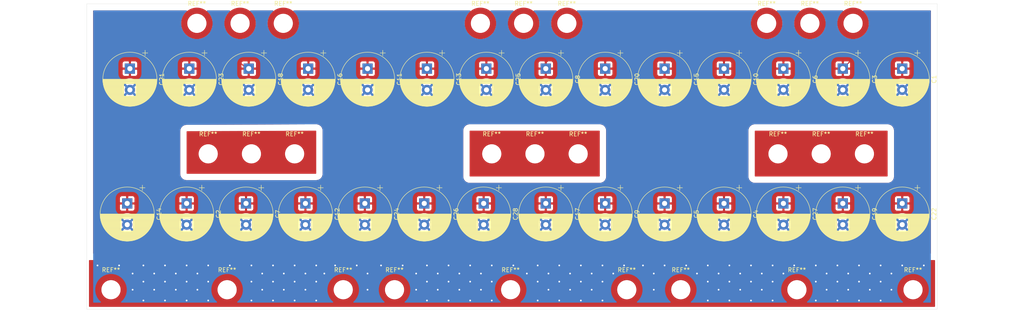
<source format=kicad_pcb>
(kicad_pcb (version 20171130) (host pcbnew "(5.1.9)-1")
  (layers (0 F.Cu power) (31 B.Cu power) (34 B.Paste user) (35 F.Paste user) (36 B.SilkS user) (37 F.SilkS user) (38 B.Mask user) (39 F.Mask user) (44 Edge.Cuts user))
  (net 0 "")
  (net 1 GND)
  (net 2 +BATT)
  (net 3 PHASE_B)
  (net 4 PHASE_A)
  (net 5 PHASE_C)
  (module Mounting_Wuerth:Mounting_Wuerth_WA-SMSR-M3_H2.6mm_ReverseMount_9775026360 (layer F.Cu) (at 233.68 118.745)
    (fp_text reference REF** (at 0 -4.65) (layer F.SilkS))
    (fp_text value Mounting_Wuerth_WA-SMSR-M3_H2.6mm_ReverseMount_9775026360)
    (pad "" np_thru_hole circle (at 0 0) (size 4.4 4.4) (drill 4.4) (layers *.Cu *.Mask))
    (pad 1 smd circle (at 0 -2.975) (size 1.05 1.05) (layers F.Cu) (net 1 GND))
    (pad 1 smd circle (at -2.975 0) (size 1.05 1.05) (layers F.Cu) (net 1 GND))
    (pad 1 smd circle (at 0 2.975) (size 1.05 1.05) (layers F.Cu) (net 1 GND))
    (pad 1 smd custom (at 2.975 0) (size 1.05 1.05) (layers F.Cu F.Mask) (net 1 GND) (options (clearance outline) (anchor circle)) (primitives (gr_circle (center -2.975 0) (end 0 0) (width 1.45))))
  )
  (module Mounting_Wuerth:Mounting_Wuerth_WA-SMSR-M3_H2.6mm_ReverseMount_9775026360 (layer F.Cu) (at 206.375 118.745)
    (fp_text reference REF** (at 0 -4.65) (layer F.SilkS))
    (fp_text value Mounting_Wuerth_WA-SMSR-M3_H2.6mm_ReverseMount_9775026360)
    (pad 1 smd custom (at 2.975 0) (size 1.05 1.05) (layers F.Cu F.Mask) (net 1 GND) (options (clearance outline) (anchor circle)) (primitives (gr_circle (center -2.975 0) (end 0 0) (width 1.45))))
    (pad 1 smd circle (at 0 2.975) (size 1.05 1.05) (layers F.Cu) (net 1 GND))
    (pad 1 smd circle (at -2.975 0) (size 1.05 1.05) (layers F.Cu) (net 1 GND))
    (pad 1 smd circle (at 0 -2.975) (size 1.05 1.05) (layers F.Cu) (net 1 GND))
    (pad "" np_thru_hole circle (at 0 0) (size 4.4 4.4) (drill 4.4) (layers *.Cu *.Mask))
  )
  (module Mounting_Wuerth:Mounting_Wuerth_WA-SMSR-M3_H2.6mm_ReverseMount_9775026360 (layer F.Cu) (at 179.07 118.745)
    (fp_text reference REF** (at 0 -4.65) (layer F.SilkS))
    (fp_text value Mounting_Wuerth_WA-SMSR-M3_H2.6mm_ReverseMount_9775026360)
    (pad "" np_thru_hole circle (at 0 0) (size 4.4 4.4) (drill 4.4) (layers *.Cu *.Mask))
    (pad 1 smd circle (at 0 -2.975) (size 1.05 1.05) (layers F.Cu) (net 1 GND))
    (pad 1 smd circle (at -2.975 0) (size 1.05 1.05) (layers F.Cu) (net 1 GND))
    (pad 1 smd circle (at 0 2.975) (size 1.05 1.05) (layers F.Cu) (net 1 GND))
    (pad 1 smd custom (at 2.975 0) (size 1.05 1.05) (layers F.Cu F.Mask) (net 1 GND) (options (clearance outline) (anchor circle)) (primitives (gr_circle (center -2.975 0) (end 0 0) (width 1.45))))
  )
  (module Mounting_Wuerth:Mounting_Wuerth_WA-SMSR-M3_H2.6mm_ReverseMount_9775026360 (layer F.Cu) (at 166.37 118.745)
    (fp_text reference REF** (at 0 -4.65) (layer F.SilkS))
    (fp_text value Mounting_Wuerth_WA-SMSR-M3_H2.6mm_ReverseMount_9775026360)
    (pad 1 smd custom (at 2.975 0) (size 1.05 1.05) (layers F.Cu F.Mask) (net 1 GND) (options (clearance outline) (anchor circle)) (primitives (gr_circle (center -2.975 0) (end 0 0) (width 1.45))))
    (pad 1 smd circle (at 0 2.975) (size 1.05 1.05) (layers F.Cu) (net 1 GND))
    (pad 1 smd circle (at -2.975 0) (size 1.05 1.05) (layers F.Cu) (net 1 GND))
    (pad 1 smd circle (at 0 -2.975) (size 1.05 1.05) (layers F.Cu) (net 1 GND))
    (pad "" np_thru_hole circle (at 0 0) (size 4.4 4.4) (drill 4.4) (layers *.Cu *.Mask))
  )
  (module Mounting_Wuerth:Mounting_Wuerth_WA-SMSR-M3_H2.6mm_ReverseMount_9775026360 (layer F.Cu) (at 139.065 118.745)
    (fp_text reference REF** (at 0 -4.65) (layer F.SilkS))
    (fp_text value Mounting_Wuerth_WA-SMSR-M3_H2.6mm_ReverseMount_9775026360)
    (pad "" np_thru_hole circle (at 0 0) (size 4.4 4.4) (drill 4.4) (layers *.Cu *.Mask))
    (pad 1 smd circle (at 0 -2.975) (size 1.05 1.05) (layers F.Cu) (net 1 GND))
    (pad 1 smd circle (at -2.975 0) (size 1.05 1.05) (layers F.Cu) (net 1 GND))
    (pad 1 smd circle (at 0 2.975) (size 1.05 1.05) (layers F.Cu) (net 1 GND))
    (pad 1 smd custom (at 2.975 0) (size 1.05 1.05) (layers F.Cu F.Mask) (net 1 GND) (options (clearance outline) (anchor circle)) (primitives (gr_circle (center -2.975 0) (end 0 0) (width 1.45))))
  )
  (module Mounting_Wuerth:Mounting_Wuerth_WA-SMSR-M3_H2.6mm_ReverseMount_9775026360 (layer F.Cu) (at 111.76 118.745)
    (fp_text reference REF** (at 0 -4.65) (layer F.SilkS))
    (fp_text value Mounting_Wuerth_WA-SMSR-M3_H2.6mm_ReverseMount_9775026360)
    (pad 1 smd custom (at 2.975 0) (size 1.05 1.05) (layers F.Cu F.Mask) (net 1 GND) (options (clearance outline) (anchor circle)) (primitives (gr_circle (center -2.975 0) (end 0 0) (width 1.45))))
    (pad 1 smd circle (at 0 2.975) (size 1.05 1.05) (layers F.Cu) (net 1 GND))
    (pad 1 smd circle (at -2.975 0) (size 1.05 1.05) (layers F.Cu) (net 1 GND))
    (pad 1 smd circle (at 0 -2.975) (size 1.05 1.05) (layers F.Cu) (net 1 GND))
    (pad "" np_thru_hole circle (at 0 0) (size 4.4 4.4) (drill 4.4) (layers *.Cu *.Mask))
  )
  (module Mounting_Wuerth:Mounting_Wuerth_WA-SMSR-M3_H2.6mm_ReverseMount_9775026360 (layer F.Cu) (at 99.695 118.745)
    (fp_text reference REF** (at 0 -4.65) (layer F.SilkS))
    (fp_text value Mounting_Wuerth_WA-SMSR-M3_H2.6mm_ReverseMount_9775026360)
    (pad "" np_thru_hole circle (at 0 0) (size 4.4 4.4) (drill 4.4) (layers *.Cu *.Mask))
    (pad 1 smd circle (at 0 -2.975) (size 1.05 1.05) (layers F.Cu) (net 1 GND))
    (pad 1 smd circle (at -2.975 0) (size 1.05 1.05) (layers F.Cu) (net 1 GND))
    (pad 1 smd circle (at 0 2.975) (size 1.05 1.05) (layers F.Cu) (net 1 GND))
    (pad 1 smd custom (at 2.975 0) (size 1.05 1.05) (layers F.Cu F.Mask) (net 1 GND) (options (clearance outline) (anchor circle)) (primitives (gr_circle (center -2.975 0) (end 0 0) (width 1.45))))
  )
  (module Mounting_Wuerth:Mounting_Wuerth_WA-SMSR-M3_H2.6mm_ReverseMount_9775026360 (layer F.Cu) (at 72.39 118.745)
    (fp_text reference REF** (at 0 -4.65) (layer F.SilkS))
    (fp_text value Mounting_Wuerth_WA-SMSR-M3_H2.6mm_ReverseMount_9775026360)
    (pad 1 smd custom (at 2.975 0) (size 1.05 1.05) (layers F.Cu F.Mask) (net 1 GND) (options (clearance outline) (anchor circle)) (primitives (gr_circle (center -2.975 0) (end 0 0) (width 1.45))))
    (pad 1 smd circle (at 0 2.975) (size 1.05 1.05) (layers F.Cu) (net 1 GND))
    (pad 1 smd circle (at -2.975 0) (size 1.05 1.05) (layers F.Cu) (net 1 GND))
    (pad 1 smd circle (at 0 -2.975) (size 1.05 1.05) (layers F.Cu) (net 1 GND))
    (pad "" np_thru_hole circle (at 0 0) (size 4.4 4.4) (drill 4.4) (layers *.Cu *.Mask))
  )
  (module Mounting_Wuerth:Mounting_Wuerth_WA-SMSR-M3_H2.6mm_ReverseMount_9775026360 (layer F.Cu) (at 219.583 56.007)
    (fp_text reference REF** (at 0 -4.65) (layer F.SilkS))
    (fp_text value Mounting_Wuerth_WA-SMSR-M3_H2.6mm_ReverseMount_9775026360)
    (pad 1 smd custom (at 2.975 0) (size 1.05 1.05) (layers F.Cu F.Mask) (net 2 +BATT) (options (clearance outline) (anchor circle)) (primitives (gr_circle (center -2.975 0) (end 0 0) (width 1.45))))
    (pad 1 smd circle (at 0 2.975) (size 1.05 1.05) (layers F.Cu) (net 2 +BATT))
    (pad 1 smd circle (at -2.975 0) (size 1.05 1.05) (layers F.Cu) (net 2 +BATT))
    (pad 1 smd circle (at 0 -2.975) (size 1.05 1.05) (layers F.Cu) (net 2 +BATT))
    (pad "" np_thru_hole circle (at 0 0) (size 4.4 4.4) (drill 4.4) (layers *.Cu *.Mask))
  )
  (module Mounting_Wuerth:Mounting_Wuerth_WA-SMSR-M3_H2.6mm_ReverseMount_9775026360 (layer F.Cu) (at 209.423 56.007)
    (fp_text reference REF** (at 0 -4.65) (layer F.SilkS))
    (fp_text value Mounting_Wuerth_WA-SMSR-M3_H2.6mm_ReverseMount_9775026360)
    (pad "" np_thru_hole circle (at 0 0) (size 4.4 4.4) (drill 4.4) (layers *.Cu *.Mask))
    (pad 1 smd circle (at 0 -2.975) (size 1.05 1.05) (layers F.Cu) (net 2 +BATT))
    (pad 1 smd circle (at -2.975 0) (size 1.05 1.05) (layers F.Cu) (net 2 +BATT))
    (pad 1 smd circle (at 0 2.975) (size 1.05 1.05) (layers F.Cu) (net 2 +BATT))
    (pad 1 smd custom (at 2.975 0) (size 1.05 1.05) (layers F.Cu F.Mask) (net 2 +BATT) (options (clearance outline) (anchor circle)) (primitives (gr_circle (center -2.975 0) (end 0 0) (width 1.45))))
  )
  (module Mounting_Wuerth:Mounting_Wuerth_WA-SMSR-M3_H2.6mm_ReverseMount_9775026360 (layer F.Cu) (at 199.263 56.007)
    (fp_text reference REF** (at 0 -4.65) (layer F.SilkS))
    (fp_text value Mounting_Wuerth_WA-SMSR-M3_H2.6mm_ReverseMount_9775026360)
    (pad 1 smd custom (at 2.975 0) (size 1.05 1.05) (layers F.Cu F.Mask) (net 2 +BATT) (options (clearance outline) (anchor circle)) (primitives (gr_circle (center -2.975 0) (end 0 0) (width 1.45))))
    (pad 1 smd circle (at 0 2.975) (size 1.05 1.05) (layers F.Cu) (net 2 +BATT))
    (pad 1 smd circle (at -2.975 0) (size 1.05 1.05) (layers F.Cu) (net 2 +BATT))
    (pad 1 smd circle (at 0 -2.975) (size 1.05 1.05) (layers F.Cu) (net 2 +BATT))
    (pad "" np_thru_hole circle (at 0 0) (size 4.4 4.4) (drill 4.4) (layers *.Cu *.Mask))
  )
  (module Mounting_Wuerth:Mounting_Wuerth_WA-SMSR-M3_H2.6mm_ReverseMount_9775026360 (layer F.Cu) (at 152.273 56.007)
    (fp_text reference REF** (at 0 -4.65) (layer F.SilkS))
    (fp_text value Mounting_Wuerth_WA-SMSR-M3_H2.6mm_ReverseMount_9775026360)
    (pad "" np_thru_hole circle (at 0 0) (size 4.4 4.4) (drill 4.4) (layers *.Cu *.Mask))
    (pad 1 smd circle (at 0 -2.975) (size 1.05 1.05) (layers F.Cu) (net 2 +BATT))
    (pad 1 smd circle (at -2.975 0) (size 1.05 1.05) (layers F.Cu) (net 2 +BATT))
    (pad 1 smd circle (at 0 2.975) (size 1.05 1.05) (layers F.Cu) (net 2 +BATT))
    (pad 1 smd custom (at 2.975 0) (size 1.05 1.05) (layers F.Cu F.Mask) (net 2 +BATT) (options (clearance outline) (anchor circle)) (primitives (gr_circle (center -2.975 0) (end 0 0) (width 1.45))))
  )
  (module Mounting_Wuerth:Mounting_Wuerth_WA-SMSR-M3_H2.6mm_ReverseMount_9775026360 (layer F.Cu) (at 142.113 56.007)
    (fp_text reference REF** (at 0 -4.65) (layer F.SilkS))
    (fp_text value Mounting_Wuerth_WA-SMSR-M3_H2.6mm_ReverseMount_9775026360)
    (pad 1 smd custom (at 2.975 0) (size 1.05 1.05) (layers F.Cu F.Mask) (net 2 +BATT) (options (clearance outline) (anchor circle)) (primitives (gr_circle (center -2.975 0) (end 0 0) (width 1.45))))
    (pad 1 smd circle (at 0 2.975) (size 1.05 1.05) (layers F.Cu) (net 2 +BATT))
    (pad 1 smd circle (at -2.975 0) (size 1.05 1.05) (layers F.Cu) (net 2 +BATT))
    (pad 1 smd circle (at 0 -2.975) (size 1.05 1.05) (layers F.Cu) (net 2 +BATT))
    (pad "" np_thru_hole circle (at 0 0) (size 4.4 4.4) (drill 4.4) (layers *.Cu *.Mask))
  )
  (module Mounting_Wuerth:Mounting_Wuerth_WA-SMSR-M3_H2.6mm_ReverseMount_9775026360 (layer F.Cu) (at 131.953 56.007)
    (fp_text reference REF** (at 0 -4.65) (layer F.SilkS))
    (fp_text value Mounting_Wuerth_WA-SMSR-M3_H2.6mm_ReverseMount_9775026360)
    (pad "" np_thru_hole circle (at 0 0) (size 4.4 4.4) (drill 4.4) (layers *.Cu *.Mask))
    (pad 1 smd circle (at 0 -2.975) (size 1.05 1.05) (layers F.Cu) (net 2 +BATT))
    (pad 1 smd circle (at -2.975 0) (size 1.05 1.05) (layers F.Cu) (net 2 +BATT))
    (pad 1 smd circle (at 0 2.975) (size 1.05 1.05) (layers F.Cu) (net 2 +BATT))
    (pad 1 smd custom (at 2.975 0) (size 1.05 1.05) (layers F.Cu F.Mask) (net 2 +BATT) (options (clearance outline) (anchor circle)) (primitives (gr_circle (center -2.975 0) (end 0 0) (width 1.45))))
  )
  (module Mounting_Wuerth:Mounting_Wuerth_WA-SMSR-M3_H2.6mm_ReverseMount_9775026360 (layer F.Cu) (at 85.598 56.007)
    (fp_text reference REF** (at 0 -4.65) (layer F.SilkS))
    (fp_text value Mounting_Wuerth_WA-SMSR-M3_H2.6mm_ReverseMount_9775026360)
    (pad 1 smd custom (at 2.975 0) (size 1.05 1.05) (layers F.Cu F.Mask) (net 2 +BATT) (options (clearance outline) (anchor circle)) (primitives (gr_circle (center -2.975 0) (end 0 0) (width 1.45))))
    (pad 1 smd circle (at 0 2.975) (size 1.05 1.05) (layers F.Cu) (net 2 +BATT))
    (pad 1 smd circle (at -2.975 0) (size 1.05 1.05) (layers F.Cu) (net 2 +BATT))
    (pad 1 smd circle (at 0 -2.975) (size 1.05 1.05) (layers F.Cu) (net 2 +BATT))
    (pad "" np_thru_hole circle (at 0 0) (size 4.4 4.4) (drill 4.4) (layers *.Cu *.Mask))
  )
  (module Mounting_Wuerth:Mounting_Wuerth_WA-SMSR-M3_H2.6mm_ReverseMount_9775026360 (layer F.Cu) (at 75.438 56.007)
    (fp_text reference REF** (at 0 -4.65) (layer F.SilkS))
    (fp_text value Mounting_Wuerth_WA-SMSR-M3_H2.6mm_ReverseMount_9775026360)
    (pad "" np_thru_hole circle (at 0 0) (size 4.4 4.4) (drill 4.4) (layers *.Cu *.Mask))
    (pad 1 smd circle (at 0 -2.975) (size 1.05 1.05) (layers F.Cu) (net 2 +BATT))
    (pad 1 smd circle (at -2.975 0) (size 1.05 1.05) (layers F.Cu) (net 2 +BATT))
    (pad 1 smd circle (at 0 2.975) (size 1.05 1.05) (layers F.Cu) (net 2 +BATT))
    (pad 1 smd custom (at 2.975 0) (size 1.05 1.05) (layers F.Cu F.Mask) (net 2 +BATT) (options (clearance outline) (anchor circle)) (primitives (gr_circle (center -2.975 0) (end 0 0) (width 1.45))))
  )
  (module Mounting_Wuerth:Mounting_Wuerth_WA-SMSR-M3_H2.6mm_ReverseMount_9775026360 (layer F.Cu) (at 78.105 86.741)
    (fp_text reference REF** (at 0 -4.65) (layer F.SilkS))
    (fp_text value Mounting_Wuerth_WA-SMSR-M3_H2.6mm_ReverseMount_9775026360)
    (pad 1 smd custom (at 2.975 0) (size 1.05 1.05) (layers F.Cu F.Mask) (net 4 PHASE_A) (options (clearance outline) (anchor circle)) (primitives (gr_circle (center -2.975 0) (end 0 0) (width 1.45))))
    (pad 1 smd circle (at 0 2.975) (size 1.05 1.05) (layers F.Cu) (net 4 PHASE_A))
    (pad 1 smd circle (at -2.975 0) (size 1.05 1.05) (layers F.Cu) (net 4 PHASE_A))
    (pad 1 smd circle (at 0 -2.975) (size 1.05 1.05) (layers F.Cu) (net 4 PHASE_A))
    (pad "" np_thru_hole circle (at 0 0) (size 4.4 4.4) (drill 4.4) (layers *.Cu *.Mask))
  )
  (module Mounting_Wuerth:Mounting_Wuerth_WA-SMSR-M3_H2.6mm_ReverseMount_9775026360 (layer F.Cu) (at 88.265 86.741)
    (fp_text reference REF** (at 0 -4.65) (layer F.SilkS))
    (fp_text value Mounting_Wuerth_WA-SMSR-M3_H2.6mm_ReverseMount_9775026360)
    (pad "" np_thru_hole circle (at 0 0) (size 4.4 4.4) (drill 4.4) (layers *.Cu *.Mask))
    (pad 1 smd circle (at 0 -2.975) (size 1.05 1.05) (layers F.Cu) (net 4 PHASE_A))
    (pad 1 smd circle (at -2.975 0) (size 1.05 1.05) (layers F.Cu) (net 4 PHASE_A))
    (pad 1 smd circle (at 0 2.975) (size 1.05 1.05) (layers F.Cu) (net 4 PHASE_A))
    (pad 1 smd custom (at 2.975 0) (size 1.05 1.05) (layers F.Cu F.Mask) (net 4 PHASE_A) (options (clearance outline) (anchor circle)) (primitives (gr_circle (center -2.975 0) (end 0 0) (width 1.45))))
  )
  (module Mounting_Wuerth:Mounting_Wuerth_WA-SMSR-M3_H2.6mm_ReverseMount_9775026360 (layer F.Cu) (at 134.62 86.741)
    (fp_text reference REF** (at 0 -4.65) (layer F.SilkS))
    (fp_text value Mounting_Wuerth_WA-SMSR-M3_H2.6mm_ReverseMount_9775026360)
    (pad 1 smd custom (at 2.975 0) (size 1.05 1.05) (layers F.Cu F.Mask) (net 3 PHASE_B) (options (clearance outline) (anchor circle)) (primitives (gr_circle (center -2.975 0) (end 0 0) (width 1.45))))
    (pad 1 smd circle (at 0 2.975) (size 1.05 1.05) (layers F.Cu) (net 3 PHASE_B))
    (pad 1 smd circle (at -2.975 0) (size 1.05 1.05) (layers F.Cu) (net 3 PHASE_B))
    (pad 1 smd circle (at 0 -2.975) (size 1.05 1.05) (layers F.Cu) (net 3 PHASE_B))
    (pad "" np_thru_hole circle (at 0 0) (size 4.4 4.4) (drill 4.4) (layers *.Cu *.Mask))
  )
  (module Mounting_Wuerth:Mounting_Wuerth_WA-SMSR-M3_H2.6mm_ReverseMount_9775026360 (layer F.Cu) (at 67.945 86.741)
    (fp_text reference REF** (at 0 -4.65) (layer F.SilkS))
    (fp_text value Mounting_Wuerth_WA-SMSR-M3_H2.6mm_ReverseMount_9775026360)
    (pad "" np_thru_hole circle (at 0 0) (size 4.4 4.4) (drill 4.4) (layers *.Cu *.Mask))
    (pad 1 smd circle (at 0 -2.975) (size 1.05 1.05) (layers F.Cu) (net 4 PHASE_A))
    (pad 1 smd circle (at -2.975 0) (size 1.05 1.05) (layers F.Cu) (net 4 PHASE_A))
    (pad 1 smd circle (at 0 2.975) (size 1.05 1.05) (layers F.Cu) (net 4 PHASE_A))
    (pad 1 smd custom (at 2.975 0) (size 1.05 1.05) (layers F.Cu F.Mask) (net 4 PHASE_A) (options (clearance outline) (anchor circle)) (primitives (gr_circle (center -2.975 0) (end 0 0) (width 1.45))))
  )
  (module Mounting_Wuerth:Mounting_Wuerth_WA-SMSR-M3_H2.6mm_ReverseMount_9775026360 (layer F.Cu) (at 45.085 118.745)
    (fp_text reference REF** (at 0 -4.65) (layer F.SilkS))
    (fp_text value Mounting_Wuerth_WA-SMSR-M3_H2.6mm_ReverseMount_9775026360)
    (pad "" np_thru_hole circle (at 0 0) (size 4.4 4.4) (drill 4.4) (layers *.Cu *.Mask))
    (pad 1 smd circle (at 0 -2.975) (size 1.05 1.05) (layers F.Cu) (net 1 GND))
    (pad 1 smd circle (at -2.975 0) (size 1.05 1.05) (layers F.Cu) (net 1 GND))
    (pad 1 smd circle (at 0 2.975) (size 1.05 1.05) (layers F.Cu) (net 1 GND))
    (pad 1 smd custom (at 2.975 0) (size 1.05 1.05) (layers F.Cu F.Mask) (net 1 GND) (options (clearance outline) (anchor circle)) (primitives (gr_circle (center -2.975 0) (end 0 0) (width 1.45))))
  )
  (module Mounting_Wuerth:Mounting_Wuerth_WA-SMSR-M3_H2.6mm_ReverseMount_9775026360 (layer F.Cu) (at 144.78 86.741)
    (fp_text reference REF** (at 0 -4.65) (layer F.SilkS))
    (fp_text value Mounting_Wuerth_WA-SMSR-M3_H2.6mm_ReverseMount_9775026360)
    (pad "" np_thru_hole circle (at 0 0) (size 4.4 4.4) (drill 4.4) (layers *.Cu *.Mask))
    (pad 1 smd circle (at 0 -2.975) (size 1.05 1.05) (layers F.Cu) (net 3 PHASE_B))
    (pad 1 smd circle (at -2.975 0) (size 1.05 1.05) (layers F.Cu) (net 3 PHASE_B))
    (pad 1 smd circle (at 0 2.975) (size 1.05 1.05) (layers F.Cu) (net 3 PHASE_B))
    (pad 1 smd custom (at 2.975 0) (size 1.05 1.05) (layers F.Cu F.Mask) (net 3 PHASE_B) (options (clearance outline) (anchor circle)) (primitives (gr_circle (center -2.975 0) (end 0 0) (width 1.45))))
  )
  (module Mounting_Wuerth:Mounting_Wuerth_WA-SMSR-M3_H2.6mm_ReverseMount_9775026360 (layer F.Cu) (at 154.94 86.741)
    (fp_text reference REF** (at 0 -4.65) (layer F.SilkS))
    (fp_text value Mounting_Wuerth_WA-SMSR-M3_H2.6mm_ReverseMount_9775026360)
    (pad 1 smd custom (at 2.975 0) (size 1.05 1.05) (layers F.Cu F.Mask) (net 3 PHASE_B) (options (clearance outline) (anchor circle)) (primitives (gr_circle (center -2.975 0) (end 0 0) (width 1.45))))
    (pad 1 smd circle (at 0 2.975) (size 1.05 1.05) (layers F.Cu) (net 3 PHASE_B))
    (pad 1 smd circle (at -2.975 0) (size 1.05 1.05) (layers F.Cu) (net 3 PHASE_B))
    (pad 1 smd circle (at 0 -2.975) (size 1.05 1.05) (layers F.Cu) (net 3 PHASE_B))
    (pad "" np_thru_hole circle (at 0 0) (size 4.4 4.4) (drill 4.4) (layers *.Cu *.Mask))
  )
  (module Mounting_Wuerth:Mounting_Wuerth_WA-SMSR-M3_H2.6mm_ReverseMount_9775026360 (layer F.Cu) (at 201.93 86.741)
    (fp_text reference REF** (at 0 -4.65) (layer F.SilkS))
    (fp_text value Mounting_Wuerth_WA-SMSR-M3_H2.6mm_ReverseMount_9775026360)
    (pad "" np_thru_hole circle (at 0 0) (size 4.4 4.4) (drill 4.4) (layers *.Cu *.Mask))
    (pad 1 smd circle (at 0 -2.975) (size 1.05 1.05) (layers F.Cu) (net 5 PHASE_C))
    (pad 1 smd circle (at -2.975 0) (size 1.05 1.05) (layers F.Cu) (net 5 PHASE_C))
    (pad 1 smd circle (at 0 2.975) (size 1.05 1.05) (layers F.Cu) (net 5 PHASE_C))
    (pad 1 smd custom (at 2.975 0) (size 1.05 1.05) (layers F.Cu F.Mask) (net 5 PHASE_C) (options (clearance outline) (anchor circle)) (primitives (gr_circle (center -2.975 0) (end 0 0) (width 1.45))))
  )
  (module Mounting_Wuerth:Mounting_Wuerth_WA-SMSR-M3_H2.6mm_ReverseMount_9775026360 (layer F.Cu) (at 212.09 86.741)
    (fp_text reference REF** (at 0 -4.65) (layer F.SilkS))
    (fp_text value Mounting_Wuerth_WA-SMSR-M3_H2.6mm_ReverseMount_9775026360)
    (pad 1 smd custom (at 2.975 0) (size 1.05 1.05) (layers F.Cu F.Mask) (net 5 PHASE_C) (options (clearance outline) (anchor circle)) (primitives (gr_circle (center -2.975 0) (end 0 0) (width 1.45))))
    (pad 1 smd circle (at 0 2.975) (size 1.05 1.05) (layers F.Cu) (net 5 PHASE_C))
    (pad 1 smd circle (at -2.975 0) (size 1.05 1.05) (layers F.Cu) (net 5 PHASE_C))
    (pad 1 smd circle (at 0 -2.975) (size 1.05 1.05) (layers F.Cu) (net 5 PHASE_C))
    (pad "" np_thru_hole circle (at 0 0) (size 4.4 4.4) (drill 4.4) (layers *.Cu *.Mask))
  )
  (module Mounting_Wuerth:Mounting_Wuerth_WA-SMSR-M3_H2.6mm_ReverseMount_9775026360 (layer F.Cu) (at 222.25 86.741)
    (fp_text reference REF** (at 0 -4.65) (layer F.SilkS))
    (fp_text value Mounting_Wuerth_WA-SMSR-M3_H2.6mm_ReverseMount_9775026360)
    (pad "" np_thru_hole circle (at 0 0) (size 4.4 4.4) (drill 4.4) (layers *.Cu *.Mask))
    (pad 1 smd circle (at 0 -2.975) (size 1.05 1.05) (layers F.Cu) (net 5 PHASE_C))
    (pad 1 smd circle (at -2.975 0) (size 1.05 1.05) (layers F.Cu) (net 5 PHASE_C))
    (pad 1 smd circle (at 0 2.975) (size 1.05 1.05) (layers F.Cu) (net 5 PHASE_C))
    (pad 1 smd custom (at 2.975 0) (size 1.05 1.05) (layers F.Cu F.Mask) (net 5 PHASE_C) (options (clearance outline) (anchor circle)) (primitives (gr_circle (center -2.975 0) (end 0 0) (width 1.45))))
  )
  (module Mounting_Wuerth:Mounting_Wuerth_WA-SMSR-M3_H2.6mm_ReverseMount_9775026360 (layer F.Cu) (at 65.278 56.007)
    (fp_text reference REF** (at 0 -4.65) (layer F.SilkS))
    (fp_text value Mounting_Wuerth_WA-SMSR-M3_H2.6mm_ReverseMount_9775026360)
    (pad 1 smd custom (at 2.975 0) (size 1.05 1.05) (layers F.Cu F.Mask) (net 2 +BATT) (options (clearance outline) (anchor circle)) (primitives (gr_circle (center -2.975 0) (end 0 0) (width 1.45))))
    (pad 1 smd circle (at 0 2.975) (size 1.05 1.05) (layers F.Cu) (net 2 +BATT))
    (pad 1 smd circle (at -2.975 0) (size 1.05 1.05) (layers F.Cu) (net 2 +BATT))
    (pad 1 smd circle (at 0 -2.975) (size 1.05 1.05) (layers F.Cu) (net 2 +BATT))
    (pad "" np_thru_hole circle (at 0 0) (size 4.4 4.4) (drill 4.4) (layers *.Cu *.Mask))
  )
  (module Capacitor_THT:CP_Radial_D12.5mm_P5.00mm (layer F.Cu) (at 62.865 98.425 270)
    (fp_text reference C2 (at 2.5 -7.5 90) (layer F.SilkS))
    (fp_text value CP)
    (pad 2 thru_hole circle (at 5 0 270) (size 2.4 2.4) (drill 1.2) (layers *.Cu *.Mask) (net 1 GND))
    (pad 1 thru_hole rect (at 0 0 270) (size 2.4 2.4) (drill 1.2) (layers *.Cu *.Mask) (net 2 +BATT))
  )
  (module Capacitor_THT:CP_Radial_D12.5mm_P5.00mm (layer F.Cu) (at 48.895 98.425 270)
    (fp_text reference C14 (at 2.5 -7.5 90) (layer F.SilkS))
    (fp_text value CP)
    (pad 2 thru_hole circle (at 5 0 270) (size 2.4 2.4) (drill 1.2) (layers *.Cu *.Mask) (net 1 GND))
    (pad 1 thru_hole rect (at 0 0 270) (size 2.4 2.4) (drill 1.2) (layers *.Cu *.Mask) (net 2 +BATT))
  )
  (module Capacitor_THT:CP_Radial_D12.5mm_P5.00mm (layer F.Cu) (at 132.715 98.425 270)
    (fp_text reference C28 (at 2.5 -7.5 90) (layer F.SilkS))
    (fp_text value CP)
    (pad 2 thru_hole circle (at 5 0 270) (size 2.4 2.4) (drill 1.2) (layers *.Cu *.Mask) (net 1 GND))
    (pad 1 thru_hole rect (at 0 0 270) (size 2.4 2.4) (drill 1.2) (layers *.Cu *.Mask) (net 2 +BATT))
  )
  (module Capacitor_THT:CP_Radial_D12.5mm_P5.00mm (layer F.Cu) (at 203.2 98.425 270)
    (fp_text reference C27 (at 2.5 -7.5 90) (layer F.SilkS))
    (fp_text value CP)
    (pad 2 thru_hole circle (at 5 0 270) (size 2.4 2.4) (drill 1.2) (layers *.Cu *.Mask) (net 1 GND))
    (pad 1 thru_hole rect (at 0 0 270) (size 2.4 2.4) (drill 1.2) (layers *.Cu *.Mask) (net 2 +BATT))
  )
  (module Capacitor_THT:CP_Radial_D12.5mm_P5.00mm (layer F.Cu) (at 118.745 98.425 270)
    (fp_text reference C26 (at 2.5 -7.5 90) (layer F.SilkS))
    (fp_text value CP)
    (pad 2 thru_hole circle (at 5 0 270) (size 2.4 2.4) (drill 1.2) (layers *.Cu *.Mask) (net 1 GND))
    (pad 1 thru_hole rect (at 0 0 270) (size 2.4 2.4) (drill 1.2) (layers *.Cu *.Mask) (net 2 +BATT))
  )
  (module Capacitor_THT:CP_Radial_D12.5mm_P5.00mm (layer F.Cu) (at 133.35 66.675 270)
    (fp_text reference C25 (at 2.5 -7.5 90) (layer F.SilkS))
    (fp_text value CP)
    (pad 1 thru_hole rect (at 0 0 270) (size 2.4 2.4) (drill 1.2) (layers *.Cu *.Mask) (net 2 +BATT))
    (pad 2 thru_hole circle (at 5 0 270) (size 2.4 2.4) (drill 1.2) (layers *.Cu *.Mask) (net 1 GND))
  )
  (module Capacitor_THT:CP_Radial_D12.5mm_P5.00mm (layer F.Cu) (at 104.775 98.425 270)
    (fp_text reference C24 (at 2.5 -7.5 90) (layer F.SilkS))
    (fp_text value CP)
    (pad 2 thru_hole circle (at 5 0 270) (size 2.4 2.4) (drill 1.2) (layers *.Cu *.Mask) (net 1 GND))
    (pad 1 thru_hole rect (at 0 0 270) (size 2.4 2.4) (drill 1.2) (layers *.Cu *.Mask) (net 2 +BATT))
  )
  (module Capacitor_THT:CP_Radial_D12.5mm_P5.00mm (layer F.Cu) (at 63.5 66.675 270)
    (fp_text reference C23 (at 2.5 -7.5 90) (layer F.SilkS))
    (fp_text value CP)
    (pad 1 thru_hole rect (at 0 0 270) (size 2.4 2.4) (drill 1.2) (layers *.Cu *.Mask) (net 2 +BATT))
    (pad 2 thru_hole circle (at 5 0 270) (size 2.4 2.4) (drill 1.2) (layers *.Cu *.Mask) (net 1 GND))
  )
  (module Capacitor_THT:CP_Radial_D12.5mm_P5.00mm (layer F.Cu) (at 231.14 98.425 270)
    (fp_text reference C22 (at 2.5 -7.5 90) (layer F.SilkS))
    (fp_text value CP)
    (pad 2 thru_hole circle (at 5 0 270) (size 2.4 2.4) (drill 1.2) (layers *.Cu *.Mask) (net 1 GND))
    (pad 1 thru_hole rect (at 0 0 270) (size 2.4 2.4) (drill 1.2) (layers *.Cu *.Mask) (net 2 +BATT))
  )
  (module Capacitor_THT:CP_Radial_D12.5mm_P5.00mm (layer F.Cu) (at 49.53 66.675 270)
    (fp_text reference C21 (at 2.5 -7.5 90) (layer F.SilkS))
    (fp_text value CP)
    (pad 1 thru_hole rect (at 0 0 270) (size 2.4 2.4) (drill 1.2) (layers *.Cu *.Mask) (net 2 +BATT))
    (pad 2 thru_hole circle (at 5 0 270) (size 2.4 2.4) (drill 1.2) (layers *.Cu *.Mask) (net 1 GND))
  )
  (module Capacitor_THT:CP_Radial_D12.5mm_P5.00mm (layer F.Cu) (at 161.29 66.675 270)
    (fp_text reference C20 (at 2.5 -7.5 90) (layer F.SilkS))
    (fp_text value CP)
    (pad 1 thru_hole rect (at 0 0 270) (size 2.4 2.4) (drill 1.2) (layers *.Cu *.Mask) (net 2 +BATT))
    (pad 2 thru_hole circle (at 5 0 270) (size 2.4 2.4) (drill 1.2) (layers *.Cu *.Mask) (net 1 GND))
  )
  (module Capacitor_THT:CP_Radial_D12.5mm_P5.00mm (layer F.Cu) (at 217.17 98.425 270)
    (fp_text reference C19 (at 2.5 -7.5 90) (layer F.SilkS))
    (fp_text value CP)
    (pad 2 thru_hole circle (at 5 0 270) (size 2.4 2.4) (drill 1.2) (layers *.Cu *.Mask) (net 1 GND))
    (pad 1 thru_hole rect (at 0 0 270) (size 2.4 2.4) (drill 1.2) (layers *.Cu *.Mask) (net 2 +BATT))
  )
  (module Capacitor_THT:CP_Radial_D12.5mm_P5.00mm (layer F.Cu) (at 77.47 66.675 270)
    (fp_text reference C18 (at 2.5 -7.5 90) (layer F.SilkS))
    (fp_text value CP)
    (pad 1 thru_hole rect (at 0 0 270) (size 2.4 2.4) (drill 1.2) (layers *.Cu *.Mask) (net 2 +BATT))
    (pad 2 thru_hole circle (at 5 0 270) (size 2.4 2.4) (drill 1.2) (layers *.Cu *.Mask) (net 1 GND))
  )
  (module Capacitor_THT:CP_Radial_D12.5mm_P5.00mm (layer F.Cu) (at 147.32 98.425 270)
    (fp_text reference C17 (at 2.5 -7.5 90) (layer F.SilkS))
    (fp_text value CP)
    (pad 2 thru_hole circle (at 5 0 270) (size 2.4 2.4) (drill 1.2) (layers *.Cu *.Mask) (net 1 GND))
    (pad 1 thru_hole rect (at 0 0 270) (size 2.4 2.4) (drill 1.2) (layers *.Cu *.Mask) (net 2 +BATT))
  )
  (module Capacitor_THT:CP_Radial_D12.5mm_P5.00mm (layer F.Cu) (at 91.44 66.675 270)
    (fp_text reference C16 (at 2.5 -7.5 90) (layer F.SilkS))
    (fp_text value CP)
    (pad 1 thru_hole rect (at 0 0 270) (size 2.4 2.4) (drill 1.2) (layers *.Cu *.Mask) (net 2 +BATT))
    (pad 2 thru_hole circle (at 5 0 270) (size 2.4 2.4) (drill 1.2) (layers *.Cu *.Mask) (net 1 GND))
  )
  (module Capacitor_THT:CP_Radial_D12.5mm_P5.00mm (layer F.Cu) (at 175.26 66.675 270)
    (fp_text reference C15 (at 2.5 -7.5 90) (layer F.SilkS))
    (fp_text value CP)
    (pad 1 thru_hole rect (at 0 0 270) (size 2.4 2.4) (drill 1.2) (layers *.Cu *.Mask) (net 2 +BATT))
    (pad 2 thru_hole circle (at 5 0 270) (size 2.4 2.4) (drill 1.2) (layers *.Cu *.Mask) (net 1 GND))
  )
  (module Capacitor_THT:CP_Radial_D12.5mm_P5.00mm (layer F.Cu) (at 119.38 66.675 270)
    (fp_text reference C13 (at 2.5 -7.5 90) (layer F.SilkS))
    (fp_text value CP)
    (pad 1 thru_hole rect (at 0 0 270) (size 2.4 2.4) (drill 1.2) (layers *.Cu *.Mask) (net 2 +BATT))
    (pad 2 thru_hole circle (at 5 0 270) (size 2.4 2.4) (drill 1.2) (layers *.Cu *.Mask) (net 1 GND))
  )
  (module Capacitor_THT:CP_Radial_D12.5mm_P5.00mm (layer F.Cu) (at 90.805 98.425 270)
    (fp_text reference C12 (at 2.5 -7.5 90) (layer F.SilkS))
    (fp_text value CP)
    (pad 2 thru_hole circle (at 5 0 270) (size 2.4 2.4) (drill 1.2) (layers *.Cu *.Mask) (net 1 GND))
    (pad 1 thru_hole rect (at 0 0 270) (size 2.4 2.4) (drill 1.2) (layers *.Cu *.Mask) (net 2 +BATT))
  )
  (module Capacitor_THT:CP_Radial_D12.5mm_P5.00mm (layer F.Cu) (at 105.41 66.675 270)
    (fp_text reference C11 (at 2.5 -7.5 90) (layer F.SilkS))
    (fp_text value CP)
    (pad 1 thru_hole rect (at 0 0 270) (size 2.4 2.4) (drill 1.2) (layers *.Cu *.Mask) (net 2 +BATT))
    (pad 2 thru_hole circle (at 5 0 270) (size 2.4 2.4) (drill 1.2) (layers *.Cu *.Mask) (net 1 GND))
  )
  (module Capacitor_THT:CP_Radial_D12.5mm_P5.00mm (layer F.Cu) (at 189.23 66.675 270)
    (fp_text reference C10 (at 2.5 -7.5 90) (layer F.SilkS))
    (fp_text value CP)
    (pad 1 thru_hole rect (at 0 0 270) (size 2.4 2.4) (drill 1.2) (layers *.Cu *.Mask) (net 2 +BATT))
    (pad 2 thru_hole circle (at 5 0 270) (size 2.4 2.4) (drill 1.2) (layers *.Cu *.Mask) (net 1 GND))
  )
  (module Capacitor_THT:CP_Radial_D12.5mm_P5.00mm (layer F.Cu) (at 161.29 98.425 270)
    (fp_text reference C9 (at 2.5 -7.5 90) (layer F.SilkS))
    (fp_text value CP)
    (pad 2 thru_hole circle (at 5 0 270) (size 2.4 2.4) (drill 1.2) (layers *.Cu *.Mask) (net 1 GND))
    (pad 1 thru_hole rect (at 0 0 270) (size 2.4 2.4) (drill 1.2) (layers *.Cu *.Mask) (net 2 +BATT))
  )
  (module Capacitor_THT:CP_Radial_D12.5mm_P5.00mm (layer F.Cu) (at 147.32 66.675 270)
    (fp_text reference C8 (at 2.5 -7.5 90) (layer F.SilkS))
    (fp_text value CP)
    (pad 1 thru_hole rect (at 0 0 270) (size 2.4 2.4) (drill 1.2) (layers *.Cu *.Mask) (net 2 +BATT))
    (pad 2 thru_hole circle (at 5 0 270) (size 2.4 2.4) (drill 1.2) (layers *.Cu *.Mask) (net 1 GND))
  )
  (module Capacitor_THT:CP_Radial_D12.5mm_P5.00mm (layer F.Cu) (at 76.835 98.425 270)
    (fp_text reference C7 (at 2.5 -7.5 90) (layer F.SilkS))
    (fp_text value CP)
    (pad 2 thru_hole circle (at 5 0 270) (size 2.4 2.4) (drill 1.2) (layers *.Cu *.Mask) (net 1 GND))
    (pad 1 thru_hole rect (at 0 0 270) (size 2.4 2.4) (drill 1.2) (layers *.Cu *.Mask) (net 2 +BATT))
  )
  (module Capacitor_THT:CP_Radial_D12.5mm_P5.00mm (layer F.Cu) (at 203.2 66.675 270)
    (fp_text reference C6 (at 2.5 -7.5 90) (layer F.SilkS))
    (fp_text value CP)
    (pad 1 thru_hole rect (at 0 0 270) (size 2.4 2.4) (drill 1.2) (layers *.Cu *.Mask) (net 2 +BATT))
    (pad 2 thru_hole circle (at 5 0 270) (size 2.4 2.4) (drill 1.2) (layers *.Cu *.Mask) (net 1 GND))
  )
  (module Capacitor_THT:CP_Radial_D12.5mm_P5.00mm (layer F.Cu) (at 175.26 98.425 270)
    (fp_text reference C5 (at 2.5 -7.5 90) (layer F.SilkS))
    (fp_text value CP)
    (pad 2 thru_hole circle (at 5 0 270) (size 2.4 2.4) (drill 1.2) (layers *.Cu *.Mask) (net 1 GND))
    (pad 1 thru_hole rect (at 0 0 270) (size 2.4 2.4) (drill 1.2) (layers *.Cu *.Mask) (net 2 +BATT))
  )
  (module Capacitor_THT:CP_Radial_D12.5mm_P5.00mm (layer F.Cu) (at 189.23 98.425 270)
    (fp_text reference C4 (at 2.5 -7.5 90) (layer F.SilkS))
    (fp_text value CP)
    (pad 2 thru_hole circle (at 5 0 270) (size 2.4 2.4) (drill 1.2) (layers *.Cu *.Mask) (net 1 GND))
    (pad 1 thru_hole rect (at 0 0 270) (size 2.4 2.4) (drill 1.2) (layers *.Cu *.Mask) (net 2 +BATT))
  )
  (module Capacitor_THT:CP_Radial_D12.5mm_P5.00mm (layer F.Cu) (at 217.17 66.675 270)
    (fp_text reference C3 (at 2.5 -7.5 90) (layer F.SilkS))
    (fp_text value CP)
    (pad 1 thru_hole rect (at 0 0 270) (size 2.4 2.4) (drill 1.2) (layers *.Cu *.Mask) (net 2 +BATT))
    (pad 2 thru_hole circle (at 5 0 270) (size 2.4 2.4) (drill 1.2) (layers *.Cu *.Mask) (net 1 GND))
  )
  (module Capacitor_THT:CP_Radial_D12.5mm_P5.00mm (layer F.Cu) (at 231.14 66.675 270)
    (fp_text reference C1 (at 2.5 -7.5 90) (layer F.SilkS))
    (fp_text value CP)
    (pad 1 thru_hole rect (at 0 0 270) (size 2.4 2.4) (drill 1.2) (layers *.Cu *.Mask) (net 2 +BATT))
    (pad 2 thru_hole circle (at 5 0 270) (size 2.4 2.4) (drill 1.2) (layers *.Cu *.Mask) (net 1 GND))
  )
  (gr_line (start 39.37 51.435) (end 239.395 51.435) (layer Edge.Cuts) (width 0.05))
  (gr_line (start 39.37 123.317) (end 39.37 51.435) (layer Edge.Cuts) (width 0.05))
  (gr_line (start 239.395 123.317) (end 39.37 123.317) (layer Edge.Cuts) (width 0.05))
  (gr_line (start 239.395 51.435) (end 239.395 123.317) (layer Edge.Cuts) (width 0.05))
  (via (at 236.22 113.03) (size 0.8) (drill 0.4) (layers F.Cu B.Cu) (net 1))
  (via (at 231.14 113.03) (size 0.8) (drill 0.4) (layers F.Cu B.Cu) (net 1))
  (via (at 226.06 113.03) (size 0.8) (drill 0.4) (layers F.Cu B.Cu) (net 1))
  (via (at 228.6 118.745) (size 0.8) (drill 0.4) (layers F.Cu B.Cu) (net 1))
  (via (at 228.6 114.935) (size 0.8) (drill 0.4) (layers F.Cu B.Cu) (net 1))
  (via (at 226.06 116.84) (size 0.8) (drill 0.4) (layers F.Cu B.Cu) (net 1))
  (via (at 223.52 118.745) (size 0.8) (drill 0.4) (layers F.Cu B.Cu) (net 1))
  (via (at 226.06 121.285) (size 0.8) (drill 0.4) (layers F.Cu B.Cu) (net 1))
  (via (at 218.44 114.935) (size 0.8) (drill 0.4) (layers F.Cu B.Cu) (net 1))
  (via (at 215.9 113.03) (size 0.8) (drill 0.4) (layers F.Cu B.Cu) (net 1))
  (via (at 218.44 118.745) (size 0.8) (drill 0.4) (layers F.Cu B.Cu) (net 1))
  (via (at 220.98 116.84) (size 0.8) (drill 0.4) (layers F.Cu B.Cu) (net 1))
  (via (at 220.98 121.285) (size 0.8) (drill 0.4) (layers F.Cu B.Cu) (net 1))
  (via (at 215.9 116.84) (size 0.8) (drill 0.4) (layers F.Cu B.Cu) (net 1))
  (via (at 215.9 121.285) (size 0.8) (drill 0.4) (layers F.Cu B.Cu) (net 1))
  (via (at 220.98 113.03) (size 0.8) (drill 0.4) (layers F.Cu B.Cu) (net 1))
  (via (at 213.36 114.935) (size 0.8) (drill 0.4) (layers F.Cu B.Cu) (net 1))
  (via (at 223.52 114.935) (size 0.8) (drill 0.4) (layers F.Cu B.Cu) (net 1))
  (via (at 210.82 121.285) (size 0.8) (drill 0.4) (layers F.Cu B.Cu) (net 1))
  (via (at 213.36 118.745) (size 0.8) (drill 0.4) (layers F.Cu B.Cu) (net 1))
  (via (at 210.82 113.03) (size 0.8) (drill 0.4) (layers F.Cu B.Cu) (net 1))
  (via (at 210.82 116.84) (size 0.8) (drill 0.4) (layers F.Cu B.Cu) (net 1))
  (via (at 203.2 114.935) (size 0.8) (drill 0.4) (layers F.Cu B.Cu) (net 1))
  (via (at 200.66 116.84) (size 0.8) (drill 0.4) (layers F.Cu B.Cu) (net 1))
  (via (at 205.74 113.03) (size 0.8) (drill 0.4) (layers F.Cu B.Cu) (net 1))
  (via (at 200.66 121.285) (size 0.8) (drill 0.4) (layers F.Cu B.Cu) (net 1))
  (via (at 200.66 113.03) (size 0.8) (drill 0.4) (layers F.Cu B.Cu) (net 1))
  (via (at 195.58 113.03) (size 0.8) (drill 0.4) (layers F.Cu B.Cu) (net 1))
  (via (at 198.12 114.935) (size 0.8) (drill 0.4) (layers F.Cu B.Cu) (net 1))
  (via (at 195.58 121.285) (size 0.8) (drill 0.4) (layers F.Cu B.Cu) (net 1))
  (via (at 195.58 116.84) (size 0.8) (drill 0.4) (layers F.Cu B.Cu) (net 1))
  (via (at 193.04 114.935) (size 0.8) (drill 0.4) (layers F.Cu B.Cu) (net 1))
  (via (at 190.5 113.03) (size 0.8) (drill 0.4) (layers F.Cu B.Cu) (net 1))
  (via (at 190.5 121.285) (size 0.8) (drill 0.4) (layers F.Cu B.Cu) (net 1))
  (via (at 185.42 113.03) (size 0.8) (drill 0.4) (layers F.Cu B.Cu) (net 1))
  (via (at 185.42 121.285) (size 0.8) (drill 0.4) (layers F.Cu B.Cu) (net 1))
  (via (at 185.42 116.84) (size 0.8) (drill 0.4) (layers F.Cu B.Cu) (net 1))
  (via (at 187.96 118.745) (size 0.8) (drill 0.4) (layers F.Cu B.Cu) (net 1))
  (via (at 187.96 114.935) (size 0.8) (drill 0.4) (layers F.Cu B.Cu) (net 1))
  (via (at 180.34 113.03) (size 0.8) (drill 0.4) (layers F.Cu B.Cu) (net 1))
  (via (at 182.88 114.935) (size 0.8) (drill 0.4) (layers F.Cu B.Cu) (net 1))
  (via (at 172.72 114.935) (size 0.8) (drill 0.4) (layers F.Cu B.Cu) (net 1))
  (via (at 170.18 113.03) (size 0.8) (drill 0.4) (layers F.Cu B.Cu) (net 1))
  (via (at 172.72 118.745) (size 0.8) (drill 0.4) (layers F.Cu B.Cu) (net 1))
  (via (at 175.26 113.03) (size 0.8) (drill 0.4) (layers F.Cu B.Cu) (net 1))
  (via (at 165.735 113.03) (size 0.8) (drill 0.4) (layers F.Cu B.Cu) (net 1))
  (via (at 163.195 114.935) (size 0.8) (drill 0.4) (layers F.Cu B.Cu) (net 1))
  (via (at 153.035 114.935) (size 0.8) (drill 0.4) (layers F.Cu B.Cu) (net 1))
  (via (at 155.575 116.84) (size 0.8) (drill 0.4) (layers F.Cu B.Cu) (net 1))
  (via (at 145.415 116.84) (size 0.8) (drill 0.4) (layers F.Cu B.Cu) (net 1))
  (via (at 147.955 114.935) (size 0.8) (drill 0.4) (layers F.Cu B.Cu) (net 1))
  (via (at 147.955 118.745) (size 0.8) (drill 0.4) (layers F.Cu B.Cu) (net 1))
  (via (at 160.655 121.285) (size 0.8) (drill 0.4) (layers F.Cu B.Cu) (net 1))
  (via (at 160.655 116.84) (size 0.8) (drill 0.4) (layers F.Cu B.Cu) (net 1))
  (via (at 150.495 113.03) (size 0.8) (drill 0.4) (layers F.Cu B.Cu) (net 1))
  (via (at 150.495 121.285) (size 0.8) (drill 0.4) (layers F.Cu B.Cu) (net 1))
  (via (at 160.655 113.03) (size 0.8) (drill 0.4) (layers F.Cu B.Cu) (net 1))
  (via (at 145.415 113.03) (size 0.8) (drill 0.4) (layers F.Cu B.Cu) (net 1))
  (via (at 145.415 121.285) (size 0.8) (drill 0.4) (layers F.Cu B.Cu) (net 1))
  (via (at 142.875 114.935) (size 0.8) (drill 0.4) (layers F.Cu B.Cu) (net 1))
  (via (at 155.575 121.285) (size 0.8) (drill 0.4) (layers F.Cu B.Cu) (net 1))
  (via (at 158.115 114.935) (size 0.8) (drill 0.4) (layers F.Cu B.Cu) (net 1))
  (via (at 155.575 113.03) (size 0.8) (drill 0.4) (layers F.Cu B.Cu) (net 1))
  (via (at 134.62 116.84) (size 0.8) (drill 0.4) (layers F.Cu B.Cu) (net 1))
  (via (at 116.84 114.935) (size 0.8) (drill 0.4) (layers F.Cu B.Cu) (net 1))
  (via (at 134.62 113.03) (size 0.8) (drill 0.4) (layers F.Cu B.Cu) (net 1))
  (via (at 119.38 116.84) (size 0.8) (drill 0.4) (layers F.Cu B.Cu) (net 1))
  (via (at 121.92 118.745) (size 0.8) (drill 0.4) (layers F.Cu B.Cu) (net 1))
  (via (at 134.62 121.285) (size 0.8) (drill 0.4) (layers F.Cu B.Cu) (net 1))
  (via (at 129.54 116.84) (size 0.8) (drill 0.4) (layers F.Cu B.Cu) (net 1))
  (via (at 129.54 121.285) (size 0.8) (drill 0.4) (layers F.Cu B.Cu) (net 1))
  (via (at 116.84 118.745) (size 0.8) (drill 0.4) (layers F.Cu B.Cu) (net 1))
  (via (at 124.46 121.285) (size 0.8) (drill 0.4) (layers F.Cu B.Cu) (net 1))
  (via (at 132.08 114.935) (size 0.8) (drill 0.4) (layers F.Cu B.Cu) (net 1))
  (via (at 119.38 121.285) (size 0.8) (drill 0.4) (layers F.Cu B.Cu) (net 1))
  (via (at 129.54 113.03) (size 0.8) (drill 0.4) (layers F.Cu B.Cu) (net 1))
  (via (at 127 114.935) (size 0.8) (drill 0.4) (layers F.Cu B.Cu) (net 1))
  (via (at 124.46 113.03) (size 0.8) (drill 0.4) (layers F.Cu B.Cu) (net 1))
  (via (at 121.92 114.935) (size 0.8) (drill 0.4) (layers F.Cu B.Cu) (net 1))
  (via (at 119.38 113.03) (size 0.8) (drill 0.4) (layers F.Cu B.Cu) (net 1))
  (via (at 78.105 116.84) (size 0.8) (drill 0.4) (layers F.Cu B.Cu) (net 1))
  (via (at 80.645 114.935) (size 0.8) (drill 0.4) (layers F.Cu B.Cu) (net 1))
  (via (at 80.645 118.745) (size 0.8) (drill 0.4) (layers F.Cu B.Cu) (net 1))
  (via (at 90.805 114.935) (size 0.8) (drill 0.4) (layers F.Cu B.Cu) (net 1))
  (via (at 83.185 121.285) (size 0.8) (drill 0.4) (layers F.Cu B.Cu) (net 1))
  (via (at 93.345 116.84) (size 0.8) (drill 0.4) (layers F.Cu B.Cu) (net 1))
  (via (at 83.185 113.03) (size 0.8) (drill 0.4) (layers F.Cu B.Cu) (net 1))
  (via (at 93.345 121.285) (size 0.8) (drill 0.4) (layers F.Cu B.Cu) (net 1))
  (via (at 88.265 113.03) (size 0.8) (drill 0.4) (layers F.Cu B.Cu) (net 1))
  (via (at 85.725 114.935) (size 0.8) (drill 0.4) (layers F.Cu B.Cu) (net 1))
  (via (at 78.105 113.03) (size 0.8) (drill 0.4) (layers F.Cu B.Cu) (net 1))
  (via (at 78.105 121.285) (size 0.8) (drill 0.4) (layers F.Cu B.Cu) (net 1))
  (via (at 88.265 116.84) (size 0.8) (drill 0.4) (layers F.Cu B.Cu) (net 1))
  (via (at 88.265 121.285) (size 0.8) (drill 0.4) (layers F.Cu B.Cu) (net 1))
  (via (at 93.345 113.03) (size 0.8) (drill 0.4) (layers F.Cu B.Cu) (net 1))
  (via (at 65.405 114.935) (size 0.8) (drill 0.4) (layers F.Cu B.Cu) (net 1))
  (via (at 55.245 114.935) (size 0.8) (drill 0.4) (layers F.Cu B.Cu) (net 1))
  (via (at 57.785 113.03) (size 0.8) (drill 0.4) (layers F.Cu B.Cu) (net 1))
  (via (at 67.945 113.03) (size 0.8) (drill 0.4) (layers F.Cu B.Cu) (net 1))
  (via (at 52.705 113.03) (size 0.8) (drill 0.4) (layers F.Cu B.Cu) (net 1))
  (via (at 62.865 113.03) (size 0.8) (drill 0.4) (layers F.Cu B.Cu) (net 1))
  (via (at 62.865 116.84) (size 0.8) (drill 0.4) (layers F.Cu B.Cu) (net 1))
  (via (at 60.325 114.935) (size 0.8) (drill 0.4) (layers F.Cu B.Cu) (net 1))
  (via (at 50.165 118.745) (size 0.8) (drill 0.4) (layers F.Cu B.Cu) (net 1))
  (via (at 50.165 114.935) (size 0.8) (drill 0.4) (layers F.Cu B.Cu) (net 1))
  (via (at 55.245 118.745) (size 0.8) (drill 0.4) (layers F.Cu B.Cu) (net 1))
  (via (at 62.865 121.285) (size 0.8) (drill 0.4) (layers F.Cu B.Cu) (net 1))
  (via (at 52.705 116.84) (size 0.8) (drill 0.4) (layers F.Cu B.Cu) (net 1))
  (via (at 67.945 121.285) (size 0.8) (drill 0.4) (layers F.Cu B.Cu) (net 1))
  (via (at 67.945 116.84) (size 0.8) (drill 0.4) (layers F.Cu B.Cu) (net 1))
  (via (at 52.705 121.285) (size 0.8) (drill 0.4) (layers F.Cu B.Cu) (net 1))
  (via (at 57.785 121.285) (size 0.8) (drill 0.4) (layers F.Cu B.Cu) (net 1))
  (via (at 139.7 113.03) (size 0.8) (drill 0.4) (layers F.Cu B.Cu) (net 1))
  (via (at 113.665 113.03) (size 0.8) (drill 0.4) (layers F.Cu B.Cu) (net 1))
  (via (at 108.585 113.03) (size 0.8) (drill 0.4) (layers F.Cu B.Cu) (net 1))
  (via (at 102.87 113.03) (size 0.8) (drill 0.4) (layers F.Cu B.Cu) (net 1))
  (via (at 97.79 113.03) (size 0.8) (drill 0.4) (layers F.Cu B.Cu) (net 1))
  (via (at 105.41 114.935) (size 0.8) (drill 0.4) (layers F.Cu B.Cu) (net 1))
  (via (at 95.25 114.935) (size 0.8) (drill 0.4) (layers F.Cu B.Cu) (net 1))
  (via (at 105.41 118.745) (size 0.8) (drill 0.4) (layers F.Cu B.Cu) (net 1))
  (via (at 73.025 113.03) (size 0.8) (drill 0.4) (layers F.Cu B.Cu) (net 1))
  (via (at 46.99 113.03) (size 0.8) (drill 0.4) (layers F.Cu B.Cu) (net 1))
  (via (at 41.91 113.03) (size 0.8) (drill 0.4) (layers F.Cu B.Cu) (net 1))
  (via (at 127 118.745) (size 0.8) (drill 0.4) (layers F.Cu B.Cu) (net 1))
  (via (at 198.12 118.745) (size 0.8) (drill 0.4) (layers F.Cu B.Cu) (net 1))
  (via (at 193.04 118.745) (size 0.8) (drill 0.4) (layers F.Cu B.Cu) (net 1))
  (via (at 190.5 116.84) (size 0.8) (drill 0.4) (layers F.Cu B.Cu) (net 1))
  (via (at 158.115 118.745) (size 0.8) (drill 0.4) (layers F.Cu B.Cu) (net 1))
  (via (at 153.035 118.745) (size 0.8) (drill 0.4) (layers F.Cu B.Cu) (net 1))
  (via (at 150.495 116.84) (size 0.8) (drill 0.4) (layers F.Cu B.Cu) (net 1))
  (via (at 132.08 118.745) (size 0.8) (drill 0.4) (layers F.Cu B.Cu) (net 1))
  (via (at 124.46 116.84) (size 0.8) (drill 0.4) (layers F.Cu B.Cu) (net 1))
  (via (at 90.805 118.745) (size 0.8) (drill 0.4) (layers F.Cu B.Cu) (net 1))
  (via (at 85.725 118.745) (size 0.8) (drill 0.4) (layers F.Cu B.Cu) (net 1))
  (via (at 83.185 116.84) (size 0.8) (drill 0.4) (layers F.Cu B.Cu) (net 1))
  (via (at 65.405 118.745) (size 0.8) (drill 0.4) (layers F.Cu B.Cu) (net 1))
  (via (at 60.325 118.745) (size 0.8) (drill 0.4) (layers F.Cu B.Cu) (net 1))
  (via (at 57.785 116.84) (size 0.8) (drill 0.4) (layers F.Cu B.Cu) (net 1))
  (segment (start 147.32 65.332) (end 153.67 58.982) (width 0.25) (layer F.Cu) (net 2))
  (segment (start 147.32 66.675) (end 147.32 65.332) (width 0.25) (layer F.Cu) (net 2))
  (segment (start 81.500625 66.675) (end 86.614 61.561625) (width 0.25) (layer F.Cu) (net 2))
  (segment (start 77.47 66.675) (end 81.500625 66.675) (width 0.25) (layer F.Cu) (net 2))
  (segment (start 86.614 59.363) (end 86.995 58.982) (width 0.25) (layer F.Cu) (net 2))
  (segment (start 86.614 61.561625) (end 86.614 59.363) (width 0.25) (layer F.Cu) (net 2))
  (segment (start 134.801 57.893) (end 134.801 56.007) (width 0.25) (layer F.Cu) (net 2))
  (segment (start 143.583 66.675) (end 134.801 57.893) (width 0.25) (layer F.Cu) (net 2))
  (segment (start 147.32 66.675) (end 143.583 66.675) (width 0.25) (layer F.Cu) (net 2))
  (segment (start 147.755 58.801) (end 144.961 56.007) (width 0.25) (layer F.Cu) (net 2))
  (segment (start 147.755 61.541) (end 147.755 58.801) (width 0.25) (layer F.Cu) (net 2))
  (segment (start 147.32 61.976) (end 147.755 61.541) (width 0.25) (layer F.Cu) (net 2))
  (segment (start 147.32 66.675) (end 147.32 61.976) (width 0.25) (layer F.Cu) (net 2))
  (segment (start 68.253 58.02) (end 68.253 56.007) (width 0.25) (layer F.Cu) (net 2))
  (segment (start 76.908 66.675) (end 68.253 58.02) (width 0.25) (layer F.Cu) (net 2))
  (segment (start 77.47 66.675) (end 76.908 66.675) (width 0.25) (layer F.Cu) (net 2))
  (segment (start 77.963001 56.456999) (end 78.413 56.007) (width 0.25) (layer F.Cu) (net 2))
  (segment (start 77.963001 57.219001) (end 77.963001 56.456999) (width 0.25) (layer F.Cu) (net 2))
  (segment (start 77.47 57.712002) (end 77.963001 57.219001) (width 0.25) (layer F.Cu) (net 2))
  (segment (start 77.47 66.675) (end 77.47 57.712002) (width 0.25) (layer F.Cu) (net 2))
  (segment (start 223.955 59.89) (end 217.17 66.675) (width 0.25) (layer F.Cu) (net 2))
  (segment (start 223.955 57.404) (end 223.955 59.89) (width 0.25) (layer F.Cu) (net 2))
  (segment (start 222.558 56.007) (end 223.955 57.404) (width 0.25) (layer F.Cu) (net 2))
  (segment (start 217.17 60.779) (end 212.398 56.007) (width 0.25) (layer F.Cu) (net 2))
  (segment (start 217.17 66.675) (end 217.17 60.779) (width 0.25) (layer F.Cu) (net 2))
  (segment (start 206.175 59.944) (end 202.238 56.007) (width 0.25) (layer F.Cu) (net 2))
  (segment (start 206.175 60.506) (end 206.175 59.944) (width 0.25) (layer F.Cu) (net 2))
  (segment (start 212.344 66.675) (end 206.175 60.506) (width 0.25) (layer F.Cu) (net 2))
  (segment (start 217.17 66.675) (end 212.344 66.675) (width 0.25) (layer F.Cu) (net 2))
  (zone (net 2) (net_name +BATT) (layer F.Cu) (connect_pads (clearance 1.5)) (min_thickness 0.254) (fill yes (arc_segments 32) (thermal_gap 0.508) (thermal_bridge_width 0.508))
    (polygon (pts (xy 239.395 110.744) (xy 39.33825 110.744) (xy 39.37 51.435) (xy 239.395 51.435)))
  )
  (zone (net 1) (net_name GND) (layer B.Cu) (connect_pads (clearance 1.5)) (min_thickness 0.254) (fill yes (arc_segments 32) (thermal_gap 0.508) (thermal_bridge_width 0.508))
    (polygon (pts (xy 239.395 123.317) (xy 39.37 123.317) (xy 39.37 51.435) (xy 239.395 51.435)))
  )
  (zone (net 4) (net_name PHASE_A) (layer F.Cu) (priority 1) (connect_pads (clearance 0.508)) (min_thickness 0.254) (fill yes (arc_segments 32) (thermal_gap 0.508) (thermal_bridge_width 0.508))
    (polygon (pts (xy 93.345 91.442529) (xy 62.865 91.44) (xy 62.865 81.407) (xy 93.345 81.277472)))
  )
  (zone (net 3) (net_name PHASE_B) (layer F.Cu) (priority 1) (connect_pads (clearance 0.508)) (min_thickness 0.254) (fill yes (arc_segments 32) (thermal_gap 0.508) (thermal_bridge_width 0.508))
    (polygon (pts (xy 160.02 92.075) (xy 129.413 92.075) (xy 129.413 81.28) (xy 160.02 81.28)))
  )
  (zone (net 5) (net_name PHASE_C) (layer F.Cu) (priority 1) (connect_pads (clearance 0.508)) (min_thickness 0.254) (fill yes (arc_segments 32) (thermal_gap 0.508) (thermal_bridge_width 0.508))
    (polygon (pts (xy 227.711 92.075) (xy 196.469 92.075) (xy 196.469 81.28) (xy 227.711 81.28)))
  )
  (zone (net 1) (net_name GND) (layer F.Cu) (priority 1) (connect_pads (clearance 0.508)) (min_thickness 0.254) (fill yes (arc_segments 32) (thermal_gap 0.508) (thermal_bridge_width 0.508))
    (polygon (pts (xy 239.395 123.317) (xy 39.37 123.317) (xy 39.37 111.76) (xy 239.395 111.76)))
  )
)
</source>
